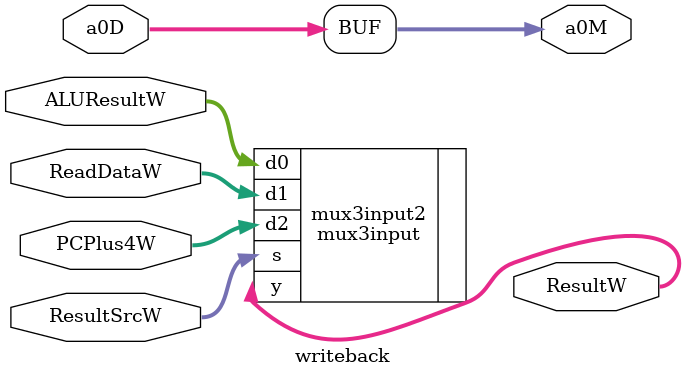
<source format=sv>
module writeback(

input logic [31:0] ALUResultW,
input logic [31:0] ReadDataW,
input logic [31:0] PCPlus4W,
input logic [1:0]  ResultSrcW,
input logic [31:0] a0D,

output logic [31:0] ResultW,
output logic [31:0] a0M

);

assign a0M = a0D;

mux3input mux3input2(

    .s(ResultSrcW),
    .d0(ALUResultW),
    .d1(ReadDataW),
    .d2(PCPlus4W),

    .y(ResultW)

);


endmodule

</source>
